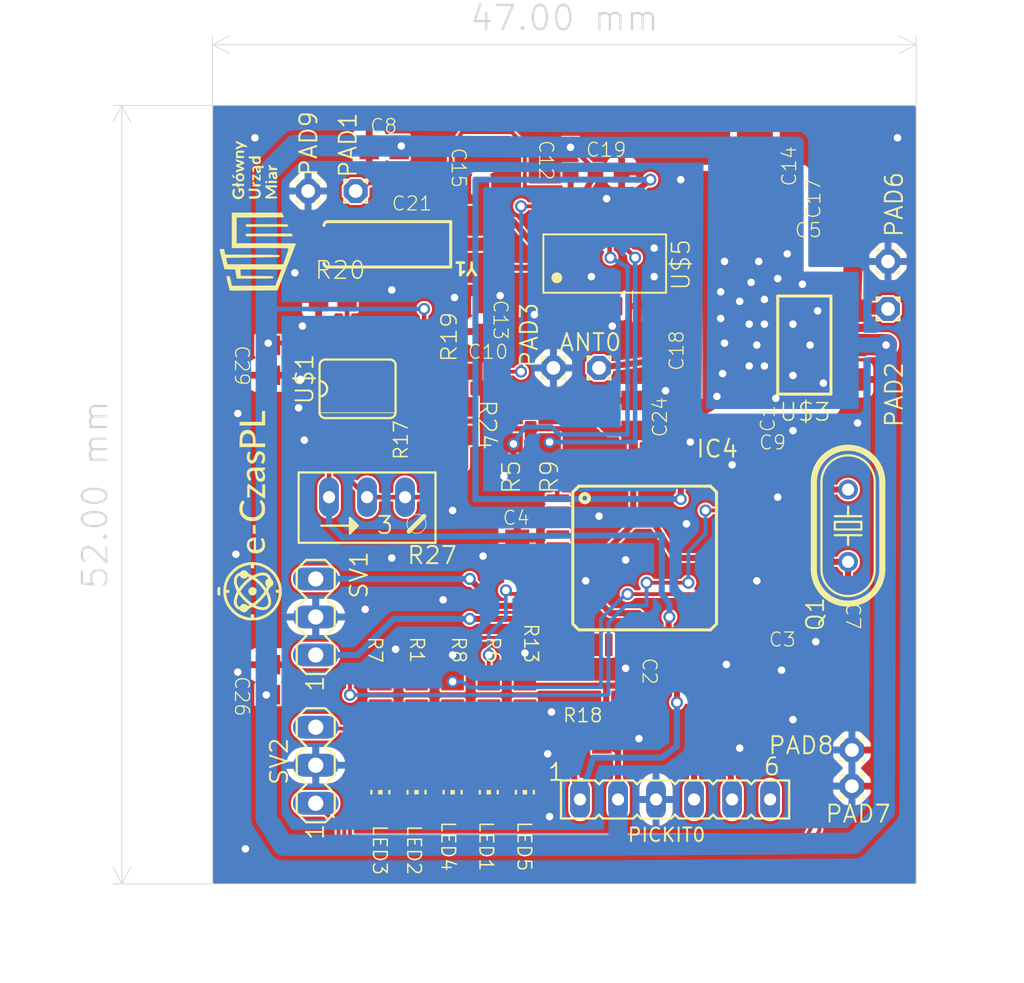
<source format=kicad_pcb>
(kicad_pcb (version 20240108) (generator "pcbnew") (generator_version "8.0")
  (title_block (title "Time Receiver 225kHz") (company "GUM") (comment 1 "e-CzasPL"))
  (layers (0 "F.Cu" signal) (31 "B.Cu" signal) (34 "B.Paste" user) (35 "F.Paste" user) (36 "B.SilkS" user "B.Silkscreen") (37 "F.SilkS" user "F.Silkscreen") (38 "B.Mask" user) (39 "F.Mask" user) (44 "Edge.Cuts" user))
  (net 0 "")
  (net 1 "GND")
  (net 2 "VDD")
  (net 3 "Net-(ANT0-P)")
  (net 4 "Net-(IC4-VCAP{slash}VDDCORE)")
  (net 5 "+12V")
  (net 6 "Net-(IC4-OSC1{slash}CLKI{slash}CN30{slash}RA2)")
  (net 7 "Net-(IC4-OSC2{slash}CLKO{slash}CN29{slash}RA3)")
  (net 8 "Net-(C10-Pad1)")
  (net 9 "/AUDIO_1KHZ")
  (net 10 "Net-(U$5-DBYP)")
  (net 11 "Net-(U$5-GPO3)")
  (net 12 "Net-(U$5-RCLK)")
  (net 13 "Net-(U$5-AMI)")
  (net 14 "Net-(U$5-ROUT)")
  (net 15 "Net-(PAD1-P)")
  (net 16 "/LED1")
  (net 19 "/SCL")
  (net 20 "/PGD")
  (net 23 "/MOD_IN")
  (net 24 "Net-(IC4-AN4{slash}C1IN-{slash}RP2{slash}CN6{slash}RB2)")
  (net 25 "/LED2")
  (net 26 "Net-(IC4-PWM1L2{slash}DAC1RN{slash}RP13{slash}CN13{slash}PMRD{slash}RB13)")
  (net 27 "Net-(IC4-PWM1H2{slash}DAC1RP{slash}RP12{slash}CN14{slash}PMD0{slash}RB12)")
  (net 33 "/RRST")
  (net 34 "/DIR")
  (net 36 "/STEP")
  (net 37 "/MCLR")
  (net 41 "/PGC")
  (net 43 "Net-(IC4-AN5{slash}C1IN+{slash}RP3{slash}CN7{slash}RB3)")
  (net 46 "/LED3")
  (net 47 "/SDA")
  (net 49 "/LED4")
  (net 50 "Net-(LED1-PadA)")
  (net 51 "Net-(LED2-PadA)")
  (net 52 "Net-(LED3-PadA)")
  (net 53 "Net-(LED4-PadA)")
  (net 54 "Net-(LED5-PadA)")
  (net 56 "Net-(U$1A-+)")
  (net 57 "Net-(U$1B-OUT)")
  (net 58 "Net-(U$1A--)")
  (footprint "uproszczony_odbiornik:C0805K" (layer "F.Cu") (at 128.7161 96.0306 -90)
    (property "Reference" "C29")
    (property "Value" "100n" (hide yes))
  )
  (footprint "uproszczony_odbiornik:C0603K" (layer "F.Cu") (at 138.2411 84.2196 180)
    (property "Reference" "C21")
    (property "Value" "4u7" (hide yes))
  )
  (footprint "uproszczony_odbiornik:RJ9W" (layer "F.Cu") (at 135.3201 105.8096)
    (property "Reference" "R27")
    (property "Value" "200k" (hide yes))
  )
  (footprint "uproszczony_odbiornik:CHIP-LED0805" (layer "F.Cu") (at 138.6221 124.7326 180)
    (property "Reference" "LED2")
    (property "Value" "LEDCHIP-LED0805" (hide yes))
  )
  (footprint "uproszczony_odbiornik:C0805K" (layer "F.Cu") (at 162.7521 103.0156 180)
    (property "Reference" "C9")
    (property "Value" "27p" (hide yes))
  )
  (footprint "uproszczony_odbiornik:SSOP24" (layer "F.Cu") (at 151.1951 88.9186)
    (property "Reference" "U$5")
    (property "Value" "SI4735-D60" (hide yes))
  )
  (footprint "uproszczony_odbiornik:1,6_0,9" (layer "F.Cu") (at 134.5581 84.7276)
    (property "Reference" "PAD1")
    (property "Value" "1,6/0,9")
  )
  (footprint "uproszczony_odbiornik:SOIC8" (layer "F.Cu") (at 135.9551 97.9356)
    (property "Reference" "U$1")
    (property "Value" "MCP607SO8" (hide yes))
  )
  (footprint "uproszczony_odbiornik:C0805K" (layer "F.Cu") (at 167.4511 115.0806 -90)
    (property "Reference" "C7")
    (property "Value" "27p" (hide yes))
  )
  (footprint "uproszczony_odbiornik:C0603K" (layer "F.Cu") (at 142.9401 93.2366 -90)
    (property "Reference" "C13")
    (property "Value" "22p" (hide yes))
  )
  (footprint "uproszczony_odbiornik:R0805" (layer "F.Cu") (at 136.2091 118.3826 -90)
    (property "Reference" "R7")
    (property "Value" "470" (hide yes))
  )
  (footprint "uproszczony_odbiornik:SOT223-3" (layer "F.Cu") (at 164.5301 95.0146 90)
    (property "Reference" "U$3")
    (property "Value" "LM1117" (hide yes))
  )
  (footprint "uproszczony_odbiornik:CHIP-LED0805" (layer "F.Cu") (at 136.2091 124.7326 180)
    (property "Reference" "LED3")
    (property "Value" "LEDCHIP-LED0805" (hide yes))
  )
  (footprint "uproszczony_odbiornik:TQFP44" (layer "F.Cu") (at 153.8621 109.2386)
    (property "Reference" "IC4")
    (property "Value" "DSPIC33FJ64MC804-PT" (hide yes))
  )
  (footprint "uproszczony_odbiornik:C0805K" (layer "F.Cu") (at 153.8621 118.7636 -90)
    (property "Reference" "C2")
    (property "Value" "100n" (hide yes))
  )
  (footprint "uproszczony_odbiornik:R0805" (layer "F.Cu") (at 150.0521 121.5576)
    (property "Reference" "R18")
    (property "Value" "10k" (hide yes))
  )
  (footprint "uproszczony_odbiornik:HC49U-V" (layer "F.Cu") (at 167.4511 107.0796 90)
    (property "Reference" "Q1")
    (property "Value" "10MHz")
  )
  (footprint "uproszczony_odbiornik:C0805K" (layer "F.Cu") (at 128.7161 117.3666 -90)
    (property "Reference" "C26")
    (property "Value" "100n" (hide yes))
  )
  (footprint "LOGO" (layer "F.Cu") (at 127.508 106.426 90)
    (property "Reference" "G***" (hide yes))
    (property "Value" "LOGO" (hide yes))
  )
  (footprint "uproszczony_odbiornik:1,6_0,9" (layer "F.Cu") (at 150.8141 96.5386)
    (property "Reference" "ANT0")
    (property "Value" "1,6/0,9")
  )
  (footprint "LOGO" (layer "F.Cu") (at 128.000051 86.375711 90)
    (property "Reference" "G***" (hide yes))
    (property "Value" "LOGO" (hide yes))
  )
  (footprint "uproszczony_odbiornik:C0805K" (layer "F.Cu") (at 166.8161 88.7916 180)
    (property "Reference" "C5")
    (property "Value" "100n" (hide yes))
  )
  (footprint "uproszczony_odbiornik:R0805" (layer "F.Cu") (at 147.5121 100.6026 90)
    (property "Reference" "R9")
    (property "Value" "4k7" (hide yes))
  )
  (footprint "uproszczony_odbiornik:R0805" (layer "F.Cu") (at 145.8611 118.3826 -90)
    (property "Reference" "R13")
    (property "Value" "470" (hide yes))
  )
  (footprint "uproszczony_odbiornik:C0805K" (layer "F.Cu") (at 136.4631 81.8066)
    (property "Reference" "C8")
    (property "Value" "100n" (hide yes))
  )
  (footprint "uproszczony_odbiornik:C0805K" (layer "F.Cu") (at 145.3531 108.9846 -90)
    (property "Reference" "C4")
    (property "Value" "4u7" (hide yes))
  )
  (footprint "uproszczony_odbiornik:M0805" (layer "F.Cu") (at 141.9241 100.0946 -90)
    (property "Reference" "R24")
    (property "Value" "18k")
  )
  (footprint "uproszczony_odbiornik:C0603K" (layer "F.Cu") (at 151.4491 83.4576 180)
    (property "Reference" "C19")
    (property "Value" "100n" (hide yes))
  )
  (footprint "uproszczony_odbiornik:SMC_B" (layer "F.Cu") (at 167.1971 84.6006 90)
    (property "Reference" "C17")
    (property "Value" "220u" (hide yes))
  )
  (footprint "uproszczony_odbiornik:1,6_0,9" (layer "F.Cu") (at 131.3831 84.7276)
    (property "Reference" "PAD9")
    (property "Value" "1,6/0,9")
  )
  (footprint "uproszczony_odbiornik:MA03-1" (layer "F.Cu") (at 131.8911 113.1756 90)
    (property "Reference" "SV1")
    (property "Value" "MA03-1")
  )
  (footprint "uproszczony_odbiornik:M0805" (layer "F.Cu") (at 133.0341 91.9666)
    (property "Reference" "R20")
    (property "Value" "470k" (hide yes))
  )
  (footprint "uproszczony_odbiornik:MA03-1" (layer "F.Cu") (at 131.8911 123.0816 90)
    (property "Reference" "SV2")
    (property "Value" "MA03-1" (hide yes))
  )
  (footprint "uproszczony_odbiornik:C0805K" (layer "F.Cu") (at 163.2601 112.1596 -90)
    (property "Reference" "C3")
    (property "Value" "100n" (hide yes))
  )
  (footprint "uproszczony_odbiornik:CHIP-LED0805" (layer "F.Cu") (at 145.8611 124.7326 180)
    (property "Reference" "LED5")
    (property "Value" "LEDCHIP-LED0805" (hide yes))
  )
  (footprint "uproszczony_odbiornik:CMR309T" (layer "F.Cu") (at 142.9401 88.2836 90)
    (property "Reference" "Y1")
    (property "Value" "CMR309T" (hide yes))
  )
  (footprint "uproszczony_odbiornik:1,6_0,9" (layer "F.Cu") (at 170.1181 89.4266)
    (property "Reference" "PAD6")
    (property "Value" "1,6/0,9")
  )
  (footprint "uproszczony_odbiornik:C0603K" (layer "F.Cu") (at 148.9091 82.5686 -90)
    (property "Reference" "C12")
    (property "Value" "22n" (hide yes))
  )
  (footprint "uproszczony_odbiornik:R0805" (layer "F.Cu") (at 141.0351 118.3826 -90)
    (property "Reference" "R8")
    (property "Value" "470" (hide yes))
  )
  (footprint "uproszczony_odbiornik:C0603K" (layer "F.Cu") (at 142.8131 96.7926)
    (property "Reference" "C10")
    (property "Value" "4u7" (hide yes))
  )
  (footprint "uproszczony_odbiornik:1,6_0,9" (layer "F.Cu") (at 167.7051 122.0656)
    (property "Reference" "PAD8")
    (property "Value" "1,6/0,9")
  )
  (footprint "uproszczony_odbiornik:1,6_0,9" (layer "F.Cu") (at 147.7661 96.5386)
    (property "Reference" "PAD3")
    (property "Value" "1,6/0,9")
  )
  (footprint "uproszczony_odbiornik:CHIP-LED0805" (layer "F.Cu") (at 141.0351 124.7326 180)
    (property "Reference" "LED4")
    (property "Value" "LEDCHIP-LED0805" (hide yes))
  )
  (footprint "uproszczony_odbiornik:CHIP-LED0805" (layer "F.Cu") (at 143.4481 124.7326 180)
    (property "Reference" "LED1")
    (property "Value" "LEDCHIP-LED0805" (hide yes))
  )
  (footprint "uproszczony_odbiornik:C0805K" (layer "F.Cu") (at 153.1001 99.7136 -90)
    (property "Reference" "C24")
    (property "Value" "100n" (hide yes))
  )
  (footprint "uproszczony_odbiornik:SMC_B" (layer "F.Cu") (at 161.2281 82.8226 90)
    (property "Reference" "C14")
    (property "Value" "10u" (hide yes))
  )
  (footprint "uproszczony_odbiornik:C0805K" (layer "F.Cu") (at 160.4661 99.5866 -90)
    (property "Reference" "C1")
    (property "Value" "1n" (hide yes))
  )
  (footprint "uproszczony_odbiornik:1,6_0,9" (layer "F.Cu") (at 167.7051 124.4786)
    (property "Reference" "PAD7")
    (property "Value" "1,6/0,9")
  )
  (footprint "uproszczony_odbiornik:M0805" (layer "F.Cu") (at 139.1301 100.0946 90)
    (property "Reference" "R17")
    (property "Value" "470k" (hide yes))
  )
  (footprint "uproszczony_odbiornik:FE06" (layer "F.Cu") (at 155.8941 125.3676)
    (property "Reference" "PICKIT0")
    (property "Value" "FE06-1")
  )
  (footprint "uproszczony_odbiornik:R0805" (layer "F.Cu") (at 144.9721 100.6026 90)
    (property "Reference" "R5")
    (property "Value" "4k7" (hide yes))
  )
  (footprint "uproszczony_odbiornik:R0805" (layer "F.Cu") (at 138.6221 118.3826 -90)
    (property "Reference" "R1")
    (property "Value" "470" (hide yes))
  )
  (footprint "uproszczony_odbiornik:R0805" (layer "F.Cu") (at 143.4481 118.3826 -90)
    (property "Reference" "R6")
    (property "Value" "470" (hide yes))
  )
  (footprint "uproszczony_odbiornik:C0603K" (layer "F.Cu") (at 154.6241 95.2686 90)
    (property "Reference" "C18")
    (property "Value" "470n" (hide yes))
  )
  (footprint "uproszczony_odbiornik:1,6_0,9" (layer "F.Cu") (at 170.1181 92.6016)
    (property "Reference" "PAD2")
    (property "Value" "1,6/0,9")
  )
  (footprint "uproszczony_odbiornik:M0805" (layer "F.Cu") (at 139.1301 95.7766 90)
    (property "Reference" "R19")
    (property "Value" "470k" (hide yes))
  )
  (footprint "uproszczony_odbiornik:C0603K" (layer "F.Cu") (at 142.9401 83.4576 -90)
    (property "Reference" "C15")
    (property "Value" "22p" (hide yes))
  )
  (gr_line (start 172.0011 79.0036) (end 125.0011 79.0036) (stroke (width 0.05)) (layer "Edge.Cuts"))
  (gr_line (start 125.0011 79.0036) (end 125.0011 131.0036) (stroke (width 0.05)) (layer "Edge.Cuts"))
  (gr_line (start 125.0011 131.0036) (end 172.0011 131.0036) (stroke (width 0.05)) (layer "Edge.Cuts"))
  (gr_line (start 172.0011 131.0036) (end 172.0011 79.0036) (stroke (width 0.05)) (layer "Edge.Cuts"))
  (dimension (type aligned) (layer "Edge.Cuts") (pts (xy 125.0011 79.0036) (xy 125.0011 131.0036)) (height 6.064) (gr_text "52.00 mm" (at 117.1591 105.0036 90) (layer "Edge.Cuts") (effects (font (size 1.63576 1.63576) (thickness 0.14224)))) (format (prefix "") (suffix "") (units 2) (units_format 1) (precision 2)) (style (thickness 0.05) (arrow_length 1.27) (text_position_mode 0) (extension_height 0.58642) (extension_offset 0) keep_text_aligned))
  (dimension (type aligned) (layer "Edge.Cuts") (pts (xy 125.0011 79.0036) (xy 172.0011 79.0036)) (height -4.055) (gr_text "47.00 mm" (at 148.5011 73.1706 0) (layer "Edge.Cuts") (effects (font (size 1.63576 1.63576) (thickness 0.14224)))) (format (prefix "") (suffix "") (units 2) (units_format 1) (precision 2)) (style (thickness 0.05) (arrow_length 1.27) (text_position_mode 0) (extension_height 0.58642) (extension_offset 0) keep_text_aligned))
  (segment (start 152.8201 92.4186) (end 152.8201 93.3636) (width 0.254) (layer "F.Cu") (net 1))
  (segment (start 152.8201 93.3636) (end 151.7031 93.7446) (width 0.254) (layer "F.Cu") (net 1))
  (via (at 163.7681 120.0336) (size 0.8048) (drill 0.5) (layers "F.Cu" "B.Cu") (net 1))
  (via (at 162.7521 105.1746) (size 0.8048) (drill 0.5) (layers "F.Cu" "B.Cu") (net 1))
  (via (at 126.6841 99.5866) (size 0.8048) (drill 0.5) (layers "F.Cu" "B.Cu") (net 1))
  (via (at 130.7481 99.2056) (size 0.8048) (drill 0.5) (layers "F.Cu" "B.Cu") (net 1))
  (via (at 161.3551 110.7626) (size 0.8048) (drill 0.5) (layers "F.Cu" "B.Cu") (net 1))
  (via (at 154.4971 88.5376) (size 0.8048) (drill 0.5) (layers "F.Cu" "B.Cu") (net 1))
  (via (at 149.9251 110.7626) (size 0.8048) (drill 0.5) (layers "F.Cu" "B.Cu") (net 1))
  (via (at 156.9101 101.4916) (size 0.8048) (drill 0.5) (layers "F.Cu" "B.Cu") (net 1))
  (via (at 135.1931 112.6676) (size 0.8048) (drill 0.5) (layers "F.Cu" "B.Cu") (net 1))
  (via (at 168.0861 100.2216) (size 0.8048) (drill 0.5) (layers "F.Cu" "B.Cu") (net 1))
  (via (at 137.2251 115.3346) (size 0.8048) (drill 0.5) (layers "F.Cu" "B.Cu") (net 1))
  (via (at 140.4001 112.0326) (size 0.8048) (drill 0.5) (layers "F.Cu" "B.Cu") (net 1))
  (via (at 163.0061 116.7316) (size 0.8048) (drill 0.5) (layers "F.Cu" "B.Cu") (net 1))
  (via (at 141.1621 91.8396) (size 0.8048) (drill 0.5) (layers "F.Cu" "B.Cu") (net 1))
  (via (at 163.7681 100.7296) (size 0.8048) (drill 0.5) (layers "F.Cu" "B.Cu") (net 1))
  (via (at 159.7041 103.0156) (size 0.8048) (drill 0.5) (layers "F.Cu" "B.Cu") (net 1))
  (via (at 160.2121 121.9386) (size 0.8048) (drill 0.5) (layers "F.Cu" "B.Cu") (net 1))
  (via (at 141.0351 115.7156) (size 0.8048) (drill 0.5) (layers "F.Cu" "B.Cu") (net 1))
  (via (at 170.7531 81.1716) (size 0.8048) (drill 0.5) (layers "F.Cu" "B.Cu") (net 1))
  (via (at 126.6841 116.8586) (size 0.8048) (drill 0.5) (layers "F.Cu" "B.Cu") (net 1))
  (via (at 144.2101 91.7126) (size 0.8048) (drill 0.5) (layers "F.Cu" "B.Cu") (net 1))
  (via (at 153.4811 121.3036) (size 0.8048) (drill 0.5) (layers "F.Cu" "B.Cu") (net 1))
  (via (at 127.8271 81.1716) (size 0.8048) (drill 0.5) (layers "F.Cu" "B.Cu") (net 1))
  (via (at 131.0021 93.7446) (size 0.8048) (drill 0.5) (layers "F.Cu" "B.Cu") (net 1))
  (via (at 136.9711 109.2386) (size 0.8048) (drill 0.5) (layers "F.Cu" "B.Cu") (net 1))
  (via (at 147.5121 126.5106) (size 0.8048) (drill 0.5) (layers "F.Cu" "B.Cu") (net 1))
  (via (at 131.1291 101.3646) (size 0.8048) (drill 0.5) (layers "F.Cu" "B.Cu") (net 1))
  (via (at 136.9711 91.3316) (size 0.8048) (drill 0.5) (layers "F.Cu" "B.Cu") (net 1))
  (via (at 150.3061 90.4426) (size 0.8048) (drill 0.5) (layers "F.Cu" "B.Cu") (net 1))
  (via (at 150.8141 106.4446) (size 0.8048) (drill 0.5) (layers "F.Cu" "B.Cu") (net 1))
  (via (at 155.2591 98.0626) (size 0.8048) (drill 0.5) (layers "F.Cu" "B.Cu") (net 1))
  (via (at 130.8751 97.3006) (size 0.8048) (drill 0.5) (layers "F.Cu" "B.Cu") (net 1))
  (via (at 143.0671 109.1116) (size 0.8048) (drill 0.5) (layers "F.Cu" "B.Cu") (net 1))
  (via (at 154.4971 90.4426) (size 0.8048) (drill 0.5) (layers "F.Cu" "B.Cu") (net 1))
  (via (at 159.3231 116.3506) (size 0.8048) (drill 0.5) (layers "F.Cu" "B.Cu") (net 1))
  (via (at 156.6561 106.9526) (size 0.8048) (drill 0.5) (layers "F.Cu" "B.Cu") (net 1))
  (via (at 165.2921 114.8266) (size 0.8048) (drill 0.5) (layers "F.Cu" "B.Cu") (net 1))
  (via (at 144.4641 103.7776) (size 0.8048) (drill 0.5) (layers "F.Cu" "B.Cu") (net 1))
  (via (at 152.5921 109.3656) (size 0.8048) (drill 0.5) (layers "F.Cu" "B.Cu") (net 1))
  (via (at 126.5571 108.9846) (size 0.8048) (drill 0.5) (layers "F.Cu" "B.Cu") (net 1))
  (via (at 141.0351 106.0636) (size 0.8048) (drill 0.5) (layers "F.Cu" "B.Cu") (net 1))
  (via (at 156.2751 83.9656) (size 0.8048) (drill 0.5) (layers "F.Cu" "B.Cu") (net 1))
  (via (at 130.4941 90.1886) (size 0.8048) (drill 0.5) (layers "F.Cu" "B.Cu") (net 1))
  (via (at 147.6391 119.5256) (size 0.8048) (drill 0.5) (layers "F.Cu" "B.Cu") (net 1))
  (via (at 151.3221 85.2356) (size 0.8048) (drill 0.5) (layers "F.Cu" "B.Cu") (net 1))
  (via (at 147.3851 122.3196) (size 0.8048) (drill 0.5) (layers "F.Cu" "B.Cu") (net 1))
  (via (at 127.1921 128.6696) (size 0.8048) (drill 0.5) (layers "F.Cu" "B.Cu") (net 1))
  (via (at 152.5921 116.6046) (size 0.8048) (drill 0.5) (layers "F.Cu" "B.Cu") (net 1))
  (via (at 146.4961 92.9826) (size 0.8048) (drill 0.5) (layers "F.Cu" "B.Cu") (net 1))
  (via (at 145.8611 115.5886) (size 0.8048) (drill 0.5) (layers "F.Cu" "B.Cu") (net 1))
  (via (at 151.7031 93.7446) (size 0.8048) (drill 0.5) (layers "F.Cu" "B.Cu") (net 1))
  (segment (start 167.6801 95.0146) (end 162.4981 95.0146) (width 0.8128) (layer "F.Cu") (net 2))
  (segment (start 146.1921 117.7636) (end 151.285578 117.7636) (width 0.4064) (layer "F.Cu") (net 2))
  (segment (start 137.4631 81.8066) (end 137.604946 81.719882) (width 0.8128) (layer "F.Cu") (net 2))
  (segment (start 151.4491 100.7296) (end 153.0841 100.7296) (width 0.6096) (layer "F.Cu") (net 2))
  (segment (start 167.817312 94.987157) (end 168.3151 94.8876) (width 1.016) (layer "F.Cu") (net 2))
  (segment (start 153.1001 100.7136) (end 155.1321 100.7136) (width 1.016) (layer "F.Cu") (net 2))
  (segment (start 148.9091 81.6936) (end 148.9091 81.8066) (width 0.3048) (layer "F.Cu") (net 2))
  (segment (start 159.6621 109.2386) (end 155.8941 109.2386) (width 0.4064) (layer "F.Cu") (net 2))
  (segment (start 159.6621 109.2386) (end 162.6251 109.2386) (width 0.4064) (layer "F.Cu") (net 2))
  (segment (start 128.7161 118.3666) (end 128.5891 118.1126) (width 0.4064) (layer "F.Cu") (net 2))
  (segment (start 150.5741 83.4576) (end 150.5601 83.3446) (width 0.3048) (layer "F.Cu") (net 2))
  (segment (start 147.5121 99.6526) (end 150.3721 99.6526) (width 0.6096) (layer "F.Cu") (net 2))
  (segment (start 167.817312 94.987157) (end 170.018543 94.987157) (width 1.4224) (layer "F.Cu") (net 2))
  (segment (start 167.6801 95.0146) (end 167.817312 94.987157) (width 1.016) (layer "F.Cu") (net 2))
  (segment (start 153.8621 113.3026) (end 153.4811 112.9216) (width 0.4064) (layer "F.Cu") (net 2))
  (segment (start 151.0681 108.9846) (end 153.1001 106.9526) (width 0.4064) (layer "F.Cu") (net 2))
  (segment (start 128.7161 95.0306) (end 128.7161 94.8622) (width 0.3048) (layer "F.Cu") (net 2))
  (segment (start 151.0681 112.4136) (end 151.0681 108.9846) (width 0.4064) (layer "F.Cu") (net 2))
  (segment (start 153.0841 100.7296) (end 153.1001 100.7136) (width 0.6096) (layer "F.Cu") (net 2))
  (segment (start 158.5611 98.6976) (end 160.4661 98.6976) (width 1.016) (layer "F.Cu") (net 2))
  (segment (start 154.4971 106.9526) (end 153.1001 106.9526) (width 0.4064) (layer "F.Cu") (net 2))
  (segment (start 150.5601 83.3446) (end 148.9091 81.6936) (width 0.3048) (layer "F.Cu") (net 2))
  (segment (start 162.6251 109.2386) (end 163.2601 109.6196) (width 0.4064) (layer "F.Cu") (net 2))
  (segment (start 151.285578 117.7636) (end 151.3221 121.5576) (width 0.4064) (layer "F.Cu") (net 2))
  (segment (start 150.3721 99.6526) (end 151.4491 100.7296) (width 0.6096) (layer "F.Cu") (net 2))
  (segment (start 152.0841 125.3676) (end 152.0841 122.1316) (width 0.4064) (layer "F.Cu") (net 2))
  (segment (start 148.9091 81.8066) (end 148.8951 81.6796) (width 0.3048) (layer "F.Cu") (net 2))
  (segment (start 155.8941 109.2386) (end 154.4971 106.9526) (width 0.4064) (layer "F.Cu") (net 2))
  (segment (start 162.4981 95.0146) (end 162.3711 94.8876) (width 0.8128) (layer "F.Cu") (net 2))
  (segment (start 151.285578 117.7636) (end 153.8621 117.7636) (width 0.4064) (layer "F.Cu") (net 2))
  (segment (start 132.7801 94.8622) (end 129.7321 94.8622) (width 0.3048) (layer "F.Cu") (net 2))
  (segment (start 170.018543 94.987157) (end 169.9911 95.0146) (width 0.8128) (layer "F.Cu") (net 2))
  (segment (start 160.4661 98.6976) (end 160.4661 98.5866) (width 1.016) (layer "F.Cu") (net 2))
  (segment (start 151.5761 112.9216) (end 151.0681 112.4136) (width 0.4064) (layer "F.Cu") (net 2))
  (segment (start 153.8621 115.0386) (end 153.8621 113.3026) (width 0.4064) (layer "F.Cu") (net 2))
  (segment (start 153.1001 103.4766) (end 153.0621 103.4386) (width 0.4064) (layer "F.Cu") (net 2))
  (segment (start 163.2601 109.6196) (end 163.2601 111.1596) (width 0.4064) (layer "F.Cu") (net 2))
  (segment (start 144.9721 99.6526) (end 147.5121 99.6526) (width 0.6096) (layer "F.Cu") (net 2))
  (segment (start 128.7161 94.8622) (end 129.7321 94.8622) (width 0.3048) (layer "F.Cu") (net 2))
  (segment (start 145.8611 117.4326) (end 146.1921 117.7636) (width 0.4064) (layer "F.Cu") (net 2))
  (segment (start 139.1301 94.8266) (end 139.1301 92.6016) (width 0.3048) (layer "F.Cu") (net 2))
  (segment (start 153.8621 115.0386) (end 153.8621 117.7636) (width 0.4064) (layer "F.Cu") (net 2))
  (segment (start 129.7321 94.8622) (end 128.7161 94.8876) (width 0.3048) (layer "F.Cu") (net 2))
  (segment (start 153.1001 106.9526) (end 153.1001 103.4766) (width 0.4064) (layer "F.Cu") (net 2))
  (segment (start 168.3151 94.8876) (end 168.2131 94.8876) (width 1.016) (layer "F.Cu") (net 2))
  (segment (start 152.0841 122.1316) (end 151.0021 121.5576) (width 0.4064) (layer "F.Cu") (net 2))
  (segment (start 149.9251 84.7136) (end 150.5741 83.4576) (width 0.4064) (layer "F.Cu") (net 2))
  (segment (start 150.2201 86.7186) (end 149.5701 86.7186) (width 0.4064) (layer "F.Cu") (net 2))
  (segment (start 148.8951 81.6796) (end 148.9091 81.6936) (width 0.3048) (layer "F.Cu") (net 2))
  (segment (start 153.1001 100.7136) (end 153.1001 102.6346) (width 0.6096) (layer "F.Cu") (net 2))
  (segment (start 153.4811 112.9216) (end 151.5761 112.9216) (width 0.4064) (layer "F.Cu") (net 2))
  (segment (start 155.1321 100.7136) (end 158.5611 98.6976) (width 1.016) (layer "F.Cu") (net 2))
  (segment (start 149.9251 86.4236) (end 149.9251 84.7136) (width 0.4064) (layer "F.Cu") (net 2))
  (segment (start 151.3221 121.5576) (end 151.3221 121.8116) (width 0.4064) (layer "F.Cu") (net 2))
  (segment (start 148.9091 81.6936) (end 148.9091 81.7926) (width 0.4064) (layer "F.Cu") (net 2))
  (segment (start 128.5891 118.1126) (end 128.5891 118.3826) (width 0.4064) (layer "F.Cu") (net 2))
  (segment (start 153.1001 102.6346) (end 153.0621 103.4386) (width 0.4064) (layer "F.Cu") (net 2))
  (via (at 160.8471 96.4116) (size 0.8048) (drill 0.5) (layers "F.Cu" "B.Cu") (net 2))
  (via (at 128.7161 94.8876) (size 0.8048) (drill 0.5) (layers "F.Cu" "B.Cu") (net 2))
  (via (at 164.4031 90.9506) (size 0.8048) (drill 0.5) (layers "F.Cu" "B.Cu") (net 2))
  (via (at 160.2121 92.0936) (size 0.8048) (drill 0.5) (layers "F.Cu" "B.Cu") (net 2))
  (via (at 161.3551 95.0146) (size 0.8048) (drill 0.5) (layers "F.Cu" "B.Cu") (net 2))
  (via (at 163.7681 97.0466) (size 0.8048) (drill 0.5) (layers "F.Cu" "B.Cu") (net 2))
  (via (at 160.8471 93.6176) (size 0.8048) (drill 0.5) (layers "F.Cu" "B.Cu") (net 2))
  (via (at 160.9741 90.8236) (size 0.8048) (drill 0.5) (layers "F.Cu" "B.Cu") (net 2))
  (via (at 162.7521 90.5696) (size 0.8048) (drill 0.5) (layers "F.Cu" "B.Cu") (net 2))
  (via (at 148.9091 81.8066) (size 0.8048) (drill 0.5) (layers "F.Cu" "B.Cu") (net 2))
  (via (at 128.5891 118.3826) (size 0.8048) (drill 0.5) (layers "F.Cu" "B.Cu") (net 2))
  (via (at 165.8001 97.5546) (size 0.8048) (drill 0.5) (layers "F.Cu" "B.Cu") (net 2))
  (via (at 159.0691 96.9196) (size 0.8048) (drill 0.5) (layers "F.Cu" "B.Cu") (net 2))
  (via (at 162.6251 98.5706) (size 0.8048) (drill 0.5) (layers "F.Cu" "B.Cu") (net 2))
  (via (at 158.9421 93.2366) (size 0.8048) (drill 0.5) (layers "F.Cu" "B.Cu") (net 2))
  (via (at 159.1961 94.8876) (size 0.8048) (drill 0.5) (layers "F.Cu" "B.Cu") (net 2))
  (via (at 163.3871 88.9186) (size 0.8048) (drill 0.5) (layers "F.Cu" "B.Cu") (net 2))
  (via (at 159.1961 89.4266) (size 0.8048) (drill 0.5) (layers "F.Cu" "B.Cu") (net 2))
  (via (at 137.604946 81.719882) (size 0.8048) (drill 0.5) (layers "F.Cu" "B.Cu") (net 2))
  (via (at 165.4191 92.7286) (size 0.8048) (drill 0.5) (layers "F.Cu" "B.Cu") (net 2))
  (via (at 161.8631 91.9666) (size 0.8048) (drill 0.5) (layers "F.Cu" "B.Cu") (net 2))
  (via (at 139.1301 92.6016) (size 0.8048) (drill 0.5) (layers "F.Cu" "B.Cu") (net 2))
  (via (at 161.8631 96.4116) (size 0.8048) (drill 0.5) (layers "F.Cu" "B.Cu") (net 2))
  (via (at 164.9111 95.0146) (size 0.8048) (drill 0.5) (layers "F.Cu" "B.Cu") (net 2))
  (via (at 161.8631 93.6176) (size 0.8048) (drill 0.5) (layers "F.Cu" "B.Cu") (net 2))
  (via (at 158.9421 91.4586) (size 0.8048) (drill 0.5) (layers "F.Cu" "B.Cu") (net 2))
  (via (at 158.6881 98.4436) (size 0.8048) (drill 0.5) (layers "F.Cu" "B.Cu") (net 2))
  (via (at 169.9911 95.0146) (size 0.8048) (drill 0.5) (layers "F.Cu" "B.Cu") (net 2))
  (via (at 161.4821 89.4266) (size 0.8048) (drill 0.5) (layers "F.Cu" "B.Cu") (net 2))
  (via (at 163.7681 93.6176) (size 0.8048) (drill 0.5) (layers "F.Cu" "B.Cu") (net 2))
  (arc (start 150.2201 86.7186) (mid 150.011503 86.632197) (end 149.9251 86.4236) (width 0.4064) (layer "F.Cu") (net 2))
  (segment (start 128.5891 118.3826) (end 128.5891 126.6376) (width 1.4224) (layer "B.Cu") (net 2))
  (segment (start 133.795943 81.702372) (end 130.4941 81.6796) (width 1.4224) (layer "B.Cu") (net 2))
  (segment (start 130.4941 81.6796) (end 128.5891 83.5846) (width 1.4224) (layer "B.Cu") (net 2))
  (segment (start 129.7321 128.4156) (end 152.0841 128.4156) (width 1.4224) (layer "B.Cu") (net 2))
  (segment (start 169.9911 95.0146) (end 164.9111 95.0146) (width 1.016) (layer "B.Cu") (net 2))
  (segment (start 128.5891 94.8876) (end 128.5891 118.3826) (width 1.4224) (layer "B.Cu") (net 2))
  (segment (start 167.8321 128.2886) (end 169.8641 126.1296) (width 1.4224) (layer "B.Cu") (net 2))
  (segment (start 139.1301 92.6016) (end 128.5891 92.6016) (width 0.3048) (layer "B.Cu") (net 2))
  (segment (start 128.7161 94.8876) (end 128.5891 94.8876) (width 0.3048) (layer "B.Cu") (net 2))
  (segment (start 128.5891 92.6016) (end 128.5891 94.8876) (width 1.4224) (layer "B.Cu") (net 2))
  (segment (start 137.604946 81.719882) (end 135.3201 81.716385) (width 0.8128) (layer "B.Cu") (net 2))
  (segment (start 152.0841 125.3676) (end 152.0841 128.4156) (width 1.27) (layer "B.Cu") (net 2))
  (segment (start 169.8641 126.1296) (end 169.9911 95.0146) (width 1.4224) (layer "B.Cu") (net 2))
  (segment (start 128.5891 83.5846) (end 128.5891 92.6016) (width 1.4224) (layer "B.Cu") (net 2))
  (segment (start 148.9091 81.8066) (end 137.604946 81.719882) (width 1.4224) (layer "B.Cu") (net 2))
  (segment (start 135.827846 81.716385) (end 135.3201 81.716385) (width 1.4224) (layer "B.Cu") (net 2))
  (segment (start 133.809956 81.716385) (end 133.795943 81.702372) (width 0.8128) (layer "B.Cu") (net 2))
  (segment (start 135.3201 81.716385) (end 133.809956 81.716385) (width 1.4224) (layer "B.Cu") (net 2))
  (segment (start 152.0841 128.4156) (end 167.8321 128.2886) (width 1.4224) (layer "B.Cu") (net 2))
  (segment (start 137.604946 81.719882) (end 135.827846 81.716385) (width 1.4224) (layer "B.Cu") (net 2))
  (segment (start 163.6411 81.8066) (end 148.9091 81.8066) (width 1.4224) (layer "B.Cu") (net 2))
  (segment (start 128.5891 126.6376) (end 129.7321 128.4156) (width 1.4224) (layer "B.Cu") (net 2))
  (segment (start 150.8141 96.5386) (end 153.7351 96.1576) (width 0.4064) (layer "F.Cu") (net 3))
  (arc (start 153.7351 96.1576) (mid 154.178995 96.112172) (end 154.6241 96.1436) (width 0.4064) (layer "F.Cu") (net 3))
  (segment (start 145.3531 109.9846) (end 148.0621 109.9846) (width 0.4064) (layer "F.Cu") (net 4))
  (segment (start 148.0621 109.9846) (end 148.0621 110.0386) (width 0.4064) (layer "F.Cu") (net 4))
  (segment (start 167.8171 92.5776) (end 170.0941 92.5776) (width 0.8128) (layer "F.Cu") (net 5))
  (segment (start 167.8071 88.9276) (end 167.6801 92.7146) (width 1.27) (layer "F.Cu") (net 5))
  (segment (start 167.8161 86.9736) (end 167.1971 86.1006) (width 0.8128) (layer "F.Cu") (net 5))
  (segment (start 170.0941 92.5776) (end 170.1181 92.6016) (width 0.8128) (layer "F.Cu") (net 5))
  (segment (start 167.8161 88.7916) (end 167.8071 88.9276) (width 0.8128) (layer "F.Cu") (net 5))
  (segment (start 167.8161 88.7916) (end 167.8161 86.9736) (width 1.27) (layer "F.Cu") (net 5))
  (segment (start 167.6801 92.7146) (end 167.8171 92.5776) (width 0.8128) (layer "F.Cu") (net 5))
  (segment (start 159.6621 107.6386) (end 163.9461 107.6386) (width 0.4064) (layer "F.Cu") (net 6))
  (segment (start 167.4511 114.0806) (end 167.4511 109.4926) (width 0.4064) (layer "F.Cu") (net 6))
  (segment (start 163.9461 107.6386) (end 165.8001 109.4926) (width 0.4064) (layer "F.Cu") (net 6))
  (segment (start 165.8001 109.4926) (end 167.4511 109.4926) (width 0.4064) (layer "F.Cu") (net 6))
  (segment (start 165.8001 104.6666) (end 167.4511 104.6666) (width 0.4064) (layer "F.Cu") (net 7))
  (segment (start 159.6621 106.8386) (end 163.6281 106.8386) (width 0.4064) (layer "F.Cu") (net 7))
  (segment (start 163.7521 103.0156) (end 165.4031 104.6666) (width 0.4064) (layer "F.Cu") (net 7))
  (segment (start 163.6281 106.8386) (end 165.8001 104.6666) (width 0.4064) (layer "F.Cu") (net 7))
  (segment (start 165.4031 104.6666) (end 165.8001 104.6666) (width 0.4064) (layer "F.Cu") (net 7))
  (segment (start 141.9381 99.1306) (end 141.9241 99.1446) (width 0.3048) (layer "F.Cu") (net 8))
  (segment (start 141.9381 96.7926) (end 141.9381 99.1306) (width 0.3048) (layer "F.Cu") (net 8))
  (segment (start 145.6071 96.7926) (end 143.6881 96.7926) (width 0.254) (layer "F.Cu") (net 9))
  (segment (start 147.6201 86.6326) (end 147.0041 85.7436) (width 0.254) (layer "F.Cu") (net 9))
  (segment (start 147.0041 85.7436) (end 145.6071 85.7436) (width 0.254) (layer "F.Cu") (net 9))
  (segment (start 147.6201 86.7186) (end 147.6201 86.6326) (width 0.254) (layer "F.Cu") (net 9))
  (via (at 145.6071 85.7436) (size 0.8048) (drill 0.5) (layers "F.Cu" "B.Cu") (net 9))
  (via (at 145.6071 96.7926) (size 0.8048) (drill 0.5) (layers "F.Cu" "B.Cu") (net 9))
  (segment (start 145.6071 85.7436) (end 145.6071 96.7926) (width 0.254) (layer "B.Cu") (net 9))
  (segment (start 148.9201 86.7186) (end 148.9201 83.4546) (width 0.4064) (layer "F.Cu") (net 10))
  (segment (start 148.9201 83.4546) (end 148.9091 83.4436) (width 0.4064) (layer "F.Cu") (net 10))
  (segment (start 142.9401 89.8536) (end 142.9401 92.3616) (width 0.4064) (layer "F.Cu") (net 11))
  (segment (start 148.9091 92.4076) (end 148.9201 92.4186) (width 0.4064) (layer "F.Cu") (net 11))
  (segment (start 142.9401 89.8536) (end 148.5741 89.8536) (width 0.4064) (layer "F.Cu") (net 11))
  (segment (start 148.5741 89.8536) (end 148.9091 90.1886) (width 0.4064) (layer "F.Cu") (net 11))
  (segment (start 148.9091 90.1886) (end 148.9091 92.4076) (width 0.4064) (layer "F.Cu") (net 11))
  (segment (start 145.0991 86.7596) (end 142.9861 86.7596) (width 0.4064) (layer "F.Cu") (net 12))
  (segment (start 146.4961 88.4106) (end 145.0991 86.7596) (width 0.4064) (layer "F.Cu") (net 12))
  (segment (start 142.9401 84.3326) (end 142.9401 86.7136) (width 0.4064) (layer "F.Cu") (net 12))
  (segment (start 150.8701 86.7186) (end 150.8851 88.4106) (width 0.4064) (layer "F.Cu") (net 12))
  (segment (start 142.9861 86.7596) (end 142.9401 86.7136) (width 0.4064) (layer "F.Cu") (net 12))
  (segment (start 150.8851 88.4106) (end 146.4961 88.4106) (width 0.4064) (layer "F.Cu") (net 12))
  (segment (start 154.7701 92.4606) (end 154.6241 94.3936) (width 0.254) (layer "F.Cu") (net 13))
  (segment (start 154.7701 92.4186) (end 154.7701 92.4606) (width 0.254) (layer "F.Cu") (net 13))
  (segment (start 140.9081 81.9336) (end 140.9081 84.2196) (width 0.254) (layer "F.Cu") (net 14))
  (segment (start 140.9081 84.2196) (end 139.1161 84.2196) (width 0.254) (layer "F.Cu") (net 14))
  (segment (start 148.2741 86.7146) (end 148.2741 84.4736) (width 0.254) (layer "F.Cu") (net 14))
  (segment (start 145.8611 84.4736) (end 145.8611 81.6796) (width 0.254) (layer "F.Cu") (net 14))
  (segment (start 148.2701 86.7186) (end 148.2741 86.7146) (width 0.254) (layer "F.Cu") (net 14))
  (segment (start 144.9721 80.7906) (end 141.6701 80.7906) (width 0.254) (layer "F.Cu") (net 14))
  (segment (start 145.8611 81.6796) (end 144.9721 80.7906) (width 0.254) (layer "F.Cu") (net 14))
  (segment (start 148.2741 84.4736) (end 145.8611 84.4736) (width 0.254) (layer "F.Cu") (net 14))
  (segment (start 141.6701 80.7906) (end 140.9081 81.9336) (width 0.254) (layer "F.Cu") (net 14))
  (segment (start 135.4471 84.2196) (end 134.3041 84.7276) (width 0.254) (layer "F.Cu") (net 15))
  (segment (start 137.3661 84.2196) (end 135.4471 84.2196) (width 0.254) (layer "F.Cu") (net 15))
  (segment (start 134.3041 84.7276) (end 134.5581 84.7276) (width 0.254) (layer "F.Cu") (net 15))
  (segment (start 143.4481 115.7156) (end 143.4481 117.4326) (width 0.254) (layer "F.Cu") (net 16))
  (segment (start 144.8321 111.6386) (end 144.5911 111.3976) (width 0.254) (layer "F.Cu") (net 16))
  (segment (start 148.0621 111.6386) (end 144.8321 111.6386) (width 0.254) (layer "F.Cu") (net 16))
  (via (at 144.5911 111.3976) (size 0.8048) (drill 0.5) (layers "F.Cu" "B.Cu") (net 16))
  (via (at 143.4481 115.7156) (size 0.8048) (drill 0.5) (layers "F.Cu" "B.Cu") (net 16))
  (segment (start 144.5911 113.1756) (end 143.4481 114.3186) (width 0.254) (layer "B.Cu") (net 16))
  (segment (start 143.4481 114.3186) (end 143.4481 115.7156) (width 0.254) (layer "B.Cu") (net 16))
  (segment (start 144.5911 111.3976) (end 144.5911 113.1756) (width 0.254) (layer "B.Cu") (net 16))
  (segment (start 147.5121 101.5526) (end 147.5731 101.4916) (width 0.3048) (layer "F.Cu") (net 19))
  (segment (start 152.2111 86.7596) (end 152.1701 86.7186) (width 0.3048) (layer "F.Cu") (net 19))
  (segment (start 149.3121 103.1426) (end 149.8621 103.4386) (width 0.3048) (layer "F.Cu") (net 19))
  (segment (start 147.5731 101.4916) (end 147.5121 101.4916) (width 0.3048) (layer "F.Cu") (net 19))
  (segment (start 153.2271 89.1726) (end 152.2111 88.1566) (width 0.3048) (layer "F.Cu") (net 19))
  (segment (start 147.5121 102.3806) (end 148.4011 103.1426) (width 0.3048) (layer "F.Cu") (net 19))
  (segment (start 152.2111 88.1566) (end 152.2111 86.7596) (width 0.3048) (layer "F.Cu") (net 19))
  (segment (start 148.4011 103.1426) (end 149.3121 103.1426) (width 0.3048) (layer "F.Cu") (net 19))
  (segment (start 147.5121 101.5526) (end 147.5121 102.3806) (width 0.3048) (layer "F.Cu") (net 19))
  (via (at 147.5121 101.4916) (size 0.8048) (drill 0.5) (layers "F.Cu" "B.Cu") (net 19))
  (via (at 153.2271 89.1726) (size 0.8048) (drill 0.5) (layers "F.Cu" "B.Cu") (net 19))
  (segment (start 147.5121 101.4916) (end 153.2271 101.4916) (width 0.3048) (layer "B.Cu") (net 19))
  (segment (start 153.2271 101.4916) (end 153.2271 89.1726) (width 0.3048) (layer "B.Cu") (net 19))
  (segment (start 157.1641 123.3356) (end 157.1641 125.3676) (width 0.4064) (layer "F.Cu") (net 20))
  (segment (start 157.0621 121.9636) (end 157.1641 123.3356) (width 0.4064) (layer "F.Cu") (net 20))
  (segment (start 157.0621 115.0386) (end 157.0621 121.9636) (width 0.4064) (layer "F.Cu") (net 20))
  (segment (start 132.7801 101.009) (end 132.7801 105.1746) (width 0.3048) (layer "F.Cu") (net 23))
  (segment (start 155.4621 113.1756) (end 155.4621 115.0386) (width 0.4064) (layer "F.Cu") (net 23))
  (segment (start 155.5131 113.1756) (end 155.4621 113.1756) (width 0.4064) (layer "F.Cu") (net 23))
  (via (at 155.5131 113.1756) (size 0.8048) (drill 0.5) (layers "F.Cu" "B.Cu") (net 23))
  (segment (start 155.5131 112.2866) (end 155.5131 113.1756) (width 0.4064) (layer "B.Cu") (net 23))
  (segment (start 155.0051 107.7146) (end 155.0051 111.6516) (width 0.4064) (layer "B.Cu") (net 23))
  (segment (start 132.7801 106.9526) (end 133.6691 107.8416) (width 0.4064) (layer "B.Cu") (net 23))
  (segment (start 155.0051 111.6516) (end 155.5131 112.2866) (width 0.4064) (layer "B.Cu") (net 23))
  (segment (start 132.7801 105.1746) (end 132.7801 106.9526) (width 0.4064) (layer "B.Cu") (net 23))
  (segment (start 133.6691 107.8416) (end 155.0051 107.7146) (width 0.4064) (layer "B.Cu") (net 23))
  (segment (start 160.5931 120.2876) (end 165.0381 124.7326) (width 0.254) (layer "F.Cu") (net 24))
  (segment (start 159.6621 113.2386) (end 159.6621 113.2606) (width 0.254) (layer "F.Cu") (net 24))
  (segment (start 134.1771 127.9076) (end 134.1771 120.6686) (width 0.254) (layer "F.Cu") (net 24))
  (segment (start 165.0381 127.1456) (end 164.6571 127.9076) (width 0.254) (layer "F.Cu") (net 24))
  (segment (start 159.6621 113.2606) (end 160.5931 113.3026) (width 0.254) (layer "F.Cu") (net 24))
  (segment (start 160.5931 113.3026) (end 160.5931 120.2876) (width 0.254) (layer "F.Cu") (net 24))
  (segment (start 165.0381 124.7326) (end 165.0381 127.1456) (width 0.254) (layer "F.Cu") (net 24))
  (segment (start 164.6571 127.9076) (end 134.1771 127.9076) (width 0.254) (layer "F.Cu") (net 24))
  (segment (start 134.1771 120.6686) (end 131.8911 120.5416) (width 0.254) (layer "F.Cu") (net 24))
  (segment (start 138.6221 117.4326) (end 138.6221 114.5726) (width 0.254) (layer "F.Cu") (net 25))
  (segment (start 148.0201 114.5726) (end 148.4861 115.0386) (width 0.254) (layer "F.Cu") (net 25))
  (segment (start 138.6221 114.5726) (end 148.0201 114.5726) (width 0.254) (layer "F.Cu") (net 25))
  (segment (start 148.4861 115.0386) (end 149.8621 115.0386) (width 0.254) (layer "F.Cu") (net 25))
  (segment (start 147.9981 113.3026) (end 148.0621 113.2386) (width 0.4064) (layer "F.Cu") (net 26))
  (segment (start 142.1781 113.3026) (end 147.9981 113.3026) (width 0.4064) (layer "F.Cu") (net 26))
  (via (at 142.1781 113.3026) (size 0.8048) (drill 0.5) (layers "F.Cu" "B.Cu") (net 26))
  (segment (start 131.8911 115.7156) (end 134.6851 115.7156) (width 0.4064) (layer "B.Cu") (net 26))
  (segment (start 134.6851 115.7156) (end 137.0981 113.3026) (width 0.4064) (layer "B.Cu") (net 26))
  (segment (start 137.0981 113.3026) (end 142.1781 113.3026) (width 0.4064) (layer "B.Cu") (net 26))
  (segment (start 142.1781 110.6356) (end 143.9811 112.4386) (width 0.4064) (layer "F.Cu") (net 27))
  (segment (start 143.9811 112.4386) (end 148.0621 112.4386) (width 0.4064) (layer "F.Cu") (net 27))
  (via (at 142.1781 110.6356) (size 0.8048) (drill 0.5) (layers "F.Cu" "B.Cu") (net 27))
  (segment (start 131.8911 110.6356) (end 142.1781 110.6356) (width 0.4064) (layer "B.Cu") (net 27))
  (segment (start 153.4701 84.5896) (end 153.4701 86.7186) (width 0.4064) (layer "F.Cu") (net 33))
  (segment (start 156.2621 103.4386) (end 156.2751 103.4386) (width 0.4064) (layer "F.Cu") (net 33))
  (segment (start 156.2751 103.4386) (end 156.2751 105.3016) (width 0.4064) (layer "F.Cu") (net 33))
  (segment (start 154.2431 83.9656) (end 153.4701 84.5896) (width 0.4064) (layer "F.Cu") (net 33))
  (via (at 156.2751 105.3016) (size 0.8048) (drill 0.5) (layers "F.Cu" "B.Cu") (net 33))
  (via (at 154.2431 83.9656) (size 0.8048) (drill 0.5) (layers "F.Cu" "B.Cu") (net 33))
  (segment (start 156.2751 105.3016) (end 142.5591 105.3016) (width 0.4064) (layer "B.Cu") (net 33))
  (segment (start 142.5591 83.9656) (end 154.2431 83.9656) (width 0.4064) (layer "B.Cu") (net 33))
  (segment (start 142.5591 105.3016) (end 142.5591 83.9656) (width 0.4064) (layer "B.Cu") (net 33))
  (segment (start 149.1631 124.0366) (end 149.5441 125.3676) (width 0.4064) (layer "F.Cu") (net 37))
  (segment (start 154.6621 116.2236) (end 156.0211 116.6046) (width 0.4064) (layer "F.Cu") (net 37))
  (segment (start 154.6621 115.0386) (end 154.6621 116.2236) (width 0.4064) (layer "F.Cu") (net 37))
  (segment (start 149.1021 121.5576) (end 149.1631 124.0366) (width 0.4064) (layer "F.Cu") (net 37))
  (segment (start 156.0211 116.6046) (end 156.0211 118.8906) (width 0.4064) (layer "F.Cu") (net 37))
  (via (at 156.0211 118.8906) (size 0.8048) (drill 0.5) (layers "F.Cu" "B.Cu") (net 37))
  (segment (start 155.0051 122.5736) (end 150.4331 122.5736) (width 0.4064) (layer "B.Cu") (net 37))
  (segment (start 156.0211 118.8906) (end 156.0211 121.8116) (width 0.4064) (layer "B.Cu") (net 37))
  (segment (start 150.4331 122.5736) (end 149.5441 125.3676) (width 0.4064) (layer "B.Cu") (net 37))
  (segment (start 156.0211 121.8116) (end 155.0051 122.5736) (width 0.4064) (layer "B.Cu") (net 37))
  (segment (start 157.8621 115.0386) (end 157.8621 122.1286) (width 0.4064) (layer "F.Cu") (net 41))
  (segment (start 159.5771 123.2086) (end 159.7041 125.3676) (width 0.4064) (layer "F.Cu") (net 41))
  (segment (start 157.8621 122.1286) (end 159.5771 123.2086) (width 0.4064) (layer "F.Cu") (net 41))
  (segment (start 133.4151 128.4156) (end 165.0381 128.4156) (width 0.254) (layer "F.Cu") (net 43))
  (segment (start 161.1011 119.7796) (end 161.1011 112.5406) (width 0.254) (layer "F.Cu") (net 43))
  (segment (start 165.5461 127.3996) (end 165.5461 124.3516) (width 0.254) (layer "F.Cu") (net 43))
  (segment (start 131.8911 125.6216) (end 133.4151 127.1456) (width 0.254) (layer "F.Cu") (net 43))
  (segment (start 161.1011 112.5406) (end 159.6621 112.4386) (width 0.254) (layer "F.Cu") (net 43))
  (segment (start 165.5461 124.3516) (end 161.1011 119.7796) (width 0.254) (layer "F.Cu") (net 43))
  (segment (start 165.0381 128.4156) (end 165.5461 127.3996) (width 0.254) (layer "F.Cu") (net 43))
  (segment (start 133.4151 127.1456) (end 133.4151 128.4156) (width 0.254) (layer "F.Cu") (net 43))
  (segment (start 134.1771 117.4326) (end 136.2091 117.4326) (width 0.254) (layer "F.Cu") (net 46))
  (segment (start 159.6621 106.0386) (end 157.9261 106.0636) (width 0.254) (layer "F.Cu") (net 46))
  (segment (start 156.7831 110.8896) (end 153.9891 110.8896) (width 0.254) (layer "F.Cu") (net 46))
  (segment (start 134.1771 118.3826) (end 134.1771 117.4326) (width 0.254) (layer "F.Cu") (net 46))
  (via (at 153.9891 110.8896) (size 0.8048) (drill 0.5) (layers "F.Cu" "B.Cu") (net 46))
  (via (at 156.7831 110.8896) (size 0.8048) (drill 0.5) (layers "F.Cu" "B.Cu") (net 46))
  (via (at 157.9261 106.0636) (size 0.8048) (drill 0.5) (layers "F.Cu" "B.Cu") (net 46))
  (via (at 134.1771 118.3826) (size 0.8048) (drill 0.5) (layers "F.Cu" "B.Cu") (net 46))
  (segment (start 157.9261 107.5876) (end 156.7831 108.8576) (width 0.254) (layer "B.Cu") (net 46))
  (segment (start 151.4491 118.3826) (end 134.1771 118.3826) (width 0.254) (layer "B.Cu") (net 46))
  (segment (start 152.5921 112.4136) (end 151.4491 113.5566) (width 0.254) (layer "B.Cu") (net 46))
  (segment (start 153.9891 110.8896) (end 153.9891 112.4136) (width 0.254) (layer "B.Cu") (net 46))
  (segment (start 156.7831 108.8576) (end 156.7831 110.8896) (width 0.254) (layer "B.Cu") (net 46))
  (segment (start 151.4491 113.5566) (end 151.4491 118.3826) (width 0.254) (layer "B.Cu") (net 46))
  (segment (start 153.9891 112.4136) (end 152.5921 112.4136) (width 0.254) (layer "B.Cu") (net 46))
  (segment (start 157.9261 106.0636) (end 157.9261 107.5876) (width 0.254) (layer "B.Cu") (net 46))
  (segment (start 147.5121 103.5236) (end 148.0201 104.0316) (width 0.3048) (layer "F.Cu") (net 47))
  (segment (start 151.5761 89.1726) (end 151.5201 89.1166) (width 0.3048) (layer "F.Cu") (net 47))
  (segment (start 151.5201 89.1166) (end 151.5201 86.7186) (width 0.3048) (layer "F.Cu") (net 47))
  (segment (start 144.9721 101.5526) (end 144.9061 101.7456) (width 0.3048) (layer "F.Cu") (net 47))
  (segment (start 148.0201 104.0316) (end 148.0201 105.1966) (width 0.3048) (layer "F.Cu") (net 47))
  (segment (start 144.9721 101.5526) (end 144.9721 102.1266) (width 0.3048) (layer "F.Cu") (net 47))
  (segment (start 146.3691 103.5236) (end 147.5121 103.5236) (width 0.3048) (layer "F.Cu") (net 47))
  (segment (start 144.9061 101.7456) (end 145.0991 101.6186) (width 0.3048) (layer "F.Cu") (net 47))
  (segment (start 148.0201 105.1966) (end 148.0621 105.2386) (width 0.3048) (layer "F.Cu") (net 47))
  (segment (start 144.9721 102.1266) (end 146.3691 103.5236) (width 0.3048) (layer "F.Cu") (net 47))
  (via (at 151.5761 89.1726) (size 0.8048) (drill 0.5) (layers "F.Cu" "B.Cu") (net 47))
  (via (at 145.0991 101.6186) (size 0.8048) (drill 0.5) (layers "F.Cu" "B.Cu") (net 47))
  (segment (start 148.1471 100.9836) (end 152.7191 100.9836) (width 0.3048) (layer "B.Cu") (net 47))
  (segment (start 145.8611 100.4756) (end 147.6391 100.4756) (width 0.3048) (layer "B.Cu") (net 47))
  (segment (start 145.0991 101.6186) (end 145.8611 100.4756) (width 0.3048) (layer "B.Cu") (net 47))
  (segment (start 147.6391 100.4756) (end 148.1471 100.9836) (width 0.3048) (layer "B.Cu") (net 47))
  (segment (start 152.7191 89.8076) (end 151.5761 89.1726) (width 0.3048) (layer "B.Cu") (net 47))
  (segment (start 152.7191 100.9836) (end 152.7191 89.8076) (width 0.3048) (layer "B.Cu") (net 47))
  (segment (start 141.0351 117.4936) (end 141.0351 117.4326) (width 0.254) (layer "F.Cu") (net 49))
  (segment (start 159.6621 111.6516) (end 152.7191 111.6516) (width 0.254) (layer "F.Cu") (net 49))
  (segment (start 159.6621 111.6386) (end 159.6621 111.6516) (width 0.254) (layer "F.Cu") (net 49))
  (via (at 152.7191 111.6516) (size 0.8048) (drill 0.5) (layers "F.Cu" "B.Cu") (net 49))
  (via (at 141.0351 117.4936) (size 0.8048) (drill 0.5) (layers "F.Cu" "B.Cu") (net 49))
  (segment (start 150.9411 117.8746) (end 142.1781 117.8746) (width 0.254) (layer "B.Cu") (net 49))
  (segment (start 142.1781 117.8746) (end 141.6701 117.4936) (width 0.254) (layer "B.Cu") (net 49))
  (segment (start 141.6701 117.4936) (end 141.0351 117.4936) (width 0.254) (layer "B.Cu") (net 49))
  (segment (start 150.9411 113.3026) (end 150.9411 117.8746) (width 0.254) (layer "B.Cu") (net 49))
  (segment (start 152.4651 111.7786) (end 150.9411 113.3026) (width 0.254) (layer "B.Cu") (net 49))
  (segment (start 152.7191 111.6516) (end 152.4651 111.7786) (width 0.254) (layer "B.Cu") (net 49))
  (segment (start 143.4481 119.3326) (end 143.4481 123.6826) (width 0.4064) (layer "F.Cu") (net 50))
  (segment (start 138.6221 119.3326) (end 138.6221 123.6826) (width 0.4064) (layer "F.Cu") (net 51))
  (segment (start 136.2091 119.3326) (end 136.2091 123.6826) (width 0.4064) (layer "F.Cu") (net 52))
  (segment (start 141.0351 119.3326) (end 141.0351 123.6826) (width 0.4064) (layer "F.Cu") (net 53))
  (segment (start 145.8611 119.3326) (end 145.8611 123.6826) (width 0.4064) (layer "F.Cu") (net 54))
  (segment (start 139.1301 96.7266) (end 139.1301 97.8086) (width 0.3048) (layer "F.Cu") (net 56))
  (segment (start 136.5901 94.8622) (end 136.5901 97.8086) (width 0.3048) (layer "F.Cu") (net 56))
  (segment (start 135.3201 97.8086) (end 136.5901 97.8086) (width 0.3048) (layer "F.Cu") (net 56))
  (segment (start 136.5901 97.8086) (end 139.1301 97.8086) (width 0.3048) (layer "F.Cu") (net 56))
  (segment (start 139.1301 97.8086) (end 139.1301 99.1446) (width 0.3048) (layer "F.Cu") (net 56))
  (segment (start 135.3201 101.009) (end 135.3201 97.8086) (width 0.3048) (layer "F.Cu") (net 56))
  (segment (start 133.9841 91.9666) (end 133.9841 94.7962) (width 0.3048) (layer "F.Cu") (net 57))
  (segment (start 133.9841 94.7962) (end 134.0501 94.8622) (width 0.3048) (layer "F.Cu") (net 57))
  (segment (start 134.0501 103.9046) (end 135.3201 105.1746) (width 0.3048) (layer "F.Cu") (net 58))
  (segment (start 141.9241 103.1426) (end 139.8921 105.1746) (width 0.3048) (layer "F.Cu") (net 58))
  (segment (start 134.0501 101.009) (end 134.0501 103.9046) (width 0.3048) (layer "F.Cu") (net 58))
  (segment (start 141.9241 101.0446) (end 141.9241 103.1426) (width 0.3048) (layer "F.Cu") (net 58))
  (segment (start 139.8921 105.1746) (end 137.8601 105.1746) (width 0.3048) (layer "F.Cu") (net 58))
  (segment (start 135.3201 105.1746) (end 137.8601 105.1746) (width 0.3048) (layer "F.Cu") (net 58))
  (zone (net 2) (net_name "VDD") (layer "F.Cu") (priority 6) (connect_pads yes (clearance 0.4064)) (min_thickness 0.2032) (fill yes (thermal_gap 0.5) (thermal_bridge_width 0.5))
    (polygon (pts (xy 164.4793 90.1124) (xy 166.5113 90.1124) (xy 166.5113 99.2818) (xy 157.7229 99.2818) (xy 157.7229 83.3814) (xy 164.4793 83.3814)))
  )
  (zone (net 1) (net_name "GND") (layer "F.Cu") (connect_pads (clearance 0.000001)) (min_thickness 0.2032) (fill yes (thermal_gap 0.4564) (thermal_bridge_width 0.4564))
    (polygon (pts (xy 179.20772 73.361474) (xy 177.810814 74.059928) (xy 176.030561 137.640404) (xy 120.508698 136.361098) (xy 121.531176 72.456237)))
  )
  (zone (net 1) (net_name "GND") (layer "B.Cu") (connect_pads (clearance 0.3048)) (min_thickness 0.2032) (fill yes (thermal_gap 0.4564) (thermal_bridge_width 0.4564))
    (polygon (pts (xy 174.769478 76.529353) (xy 173.874094 132.554822) (xy 121.652629 132.81081) (xy 122.292201 74.993433)))
  )
  (zone (net 2) (net_name "VDD") (layer "B.Cu") (priority 6) (connect_pads yes (clearance 0.000001)) (min_thickness 0.2032) (fill yes (thermal_gap 0.5) (thermal_bridge_width 0.5))
    (polygon (pts (xy 164.393149 81.230789) (xy 164.498567 81.415716) (xy 164.4793 81.686815) (xy 164.4793 90.1124) (xy 168.1623 90.1124) (xy 168.1623 99.2818) (xy 157.975214 99.2818) (xy 158.1039 83.710769) (xy 158.1039 81.0954) (xy 164.218701 81.0954)))
  )
)
</source>
